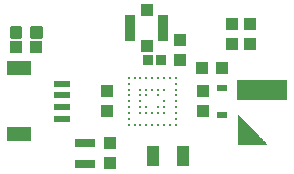
<source format=gtp>
G75*
%MOIN*%
%OFA0B0*%
%FSLAX25Y25*%
%IPPOS*%
%LPD*%
%AMOC8*
5,1,8,0,0,1.08239X$1,22.5*
%
%ADD10C,0.00984*%
%ADD11R,0.07874X0.04724*%
%ADD12R,0.05315X0.02362*%
%ADD13R,0.03937X0.04331*%
%ADD14R,0.03346X0.08661*%
%ADD15R,0.03937X0.04134*%
%ADD16R,0.03937X0.07087*%
%ADD17R,0.03268X0.02480*%
%ADD18C,0.01181*%
%ADD19R,0.04331X0.03937*%
%ADD20R,0.03346X0.03543*%
%ADD21C,0.00197*%
%ADD22R,0.16535X0.06693*%
%ADD23R,0.07087X0.03150*%
D10*
X0156475Y0097142D03*
X0156475Y0099110D03*
X0156475Y0101079D03*
X0156475Y0103047D03*
X0156475Y0105016D03*
X0156475Y0106984D03*
X0156475Y0108953D03*
X0156475Y0110921D03*
X0156475Y0112890D03*
X0158444Y0112890D03*
X0160412Y0112890D03*
X0162381Y0112890D03*
X0164349Y0112890D03*
X0166318Y0112890D03*
X0168286Y0112890D03*
X0170255Y0112890D03*
X0172223Y0112890D03*
X0172223Y0110921D03*
X0172223Y0108953D03*
X0172223Y0106984D03*
X0172223Y0105016D03*
X0172223Y0103047D03*
X0172223Y0101079D03*
X0172223Y0099110D03*
X0172223Y0097142D03*
X0170255Y0097142D03*
X0168286Y0097142D03*
X0166318Y0097142D03*
X0164349Y0097142D03*
X0162381Y0097142D03*
X0160412Y0097142D03*
X0158444Y0097142D03*
X0160412Y0101079D03*
X0160412Y0103047D03*
X0162381Y0103047D03*
X0162381Y0101079D03*
X0164349Y0101079D03*
X0166318Y0101079D03*
X0168286Y0101079D03*
X0168286Y0103047D03*
X0166318Y0103047D03*
X0168286Y0105016D03*
X0166318Y0106984D03*
X0166318Y0108953D03*
X0168286Y0108953D03*
X0164349Y0108953D03*
X0162381Y0108953D03*
X0162381Y0106984D03*
X0160412Y0106984D03*
X0160412Y0105016D03*
X0160412Y0108953D03*
D11*
X0119865Y0116024D03*
X0119865Y0093976D03*
D12*
X0134333Y0099094D03*
X0134333Y0103031D03*
X0134333Y0106969D03*
X0134333Y0110906D03*
D13*
X0149333Y0108346D03*
X0149333Y0101654D03*
X0150233Y0091046D03*
X0150233Y0084354D03*
X0181233Y0101654D03*
X0181233Y0108346D03*
X0173433Y0118654D03*
X0173433Y0125346D03*
X0190833Y0124254D03*
X0196933Y0124254D03*
X0196933Y0130946D03*
X0190833Y0130946D03*
D14*
X0167847Y0129500D03*
X0157020Y0129500D03*
D15*
X0162433Y0123496D03*
X0162433Y0135504D03*
D16*
X0164612Y0086700D03*
X0174455Y0086700D03*
D17*
X0187533Y0100372D03*
X0187533Y0109428D03*
D18*
X0124408Y0126622D02*
X0124408Y0129378D01*
X0127164Y0129378D01*
X0127164Y0126622D01*
X0124408Y0126622D01*
X0124408Y0127744D02*
X0127164Y0127744D01*
X0127164Y0128866D02*
X0124408Y0128866D01*
X0117503Y0129378D02*
X0117503Y0126622D01*
X0117503Y0129378D02*
X0120259Y0129378D01*
X0120259Y0126622D01*
X0117503Y0126622D01*
X0117503Y0127744D02*
X0120259Y0127744D01*
X0120259Y0128866D02*
X0117503Y0128866D01*
D19*
X0118987Y0123000D03*
X0125680Y0123000D03*
X0180987Y0116000D03*
X0187680Y0116000D03*
D20*
X0167417Y0118800D03*
X0162850Y0118800D03*
D21*
X0192782Y0100398D02*
X0202231Y0090949D01*
X0192782Y0090949D01*
X0192782Y0100398D01*
X0192782Y0100324D02*
X0192856Y0100324D01*
X0192782Y0100129D02*
X0193051Y0100129D01*
X0193247Y0099933D02*
X0192782Y0099933D01*
X0192782Y0099738D02*
X0193442Y0099738D01*
X0193637Y0099542D02*
X0192782Y0099542D01*
X0192782Y0099347D02*
X0193833Y0099347D01*
X0194028Y0099152D02*
X0192782Y0099152D01*
X0192782Y0098956D02*
X0194223Y0098956D01*
X0194419Y0098761D02*
X0192782Y0098761D01*
X0192782Y0098566D02*
X0194614Y0098566D01*
X0194809Y0098370D02*
X0192782Y0098370D01*
X0192782Y0098175D02*
X0195005Y0098175D01*
X0195200Y0097980D02*
X0192782Y0097980D01*
X0192782Y0097784D02*
X0195396Y0097784D01*
X0195591Y0097589D02*
X0192782Y0097589D01*
X0192782Y0097393D02*
X0195786Y0097393D01*
X0195982Y0097198D02*
X0192782Y0097198D01*
X0192782Y0097003D02*
X0196177Y0097003D01*
X0196372Y0096807D02*
X0192782Y0096807D01*
X0192782Y0096612D02*
X0196568Y0096612D01*
X0196763Y0096417D02*
X0192782Y0096417D01*
X0192782Y0096221D02*
X0196958Y0096221D01*
X0197154Y0096026D02*
X0192782Y0096026D01*
X0192782Y0095831D02*
X0197349Y0095831D01*
X0197545Y0095635D02*
X0192782Y0095635D01*
X0192782Y0095440D02*
X0197740Y0095440D01*
X0197935Y0095245D02*
X0192782Y0095245D01*
X0192782Y0095049D02*
X0198131Y0095049D01*
X0198326Y0094854D02*
X0192782Y0094854D01*
X0192782Y0094658D02*
X0198521Y0094658D01*
X0198717Y0094463D02*
X0192782Y0094463D01*
X0192782Y0094268D02*
X0198912Y0094268D01*
X0199107Y0094072D02*
X0192782Y0094072D01*
X0192782Y0093877D02*
X0199303Y0093877D01*
X0199498Y0093682D02*
X0192782Y0093682D01*
X0192782Y0093486D02*
X0199694Y0093486D01*
X0199889Y0093291D02*
X0192782Y0093291D01*
X0192782Y0093096D02*
X0200084Y0093096D01*
X0200280Y0092900D02*
X0192782Y0092900D01*
X0192782Y0092705D02*
X0200475Y0092705D01*
X0200670Y0092509D02*
X0192782Y0092509D01*
X0192782Y0092314D02*
X0200866Y0092314D01*
X0201061Y0092119D02*
X0192782Y0092119D01*
X0192782Y0091923D02*
X0201256Y0091923D01*
X0201452Y0091728D02*
X0192782Y0091728D01*
X0192782Y0091533D02*
X0201647Y0091533D01*
X0201843Y0091337D02*
X0192782Y0091337D01*
X0192782Y0091142D02*
X0202038Y0091142D01*
D22*
X0200971Y0108783D03*
D23*
X0141833Y0084031D03*
X0141833Y0091118D03*
M02*

</source>
